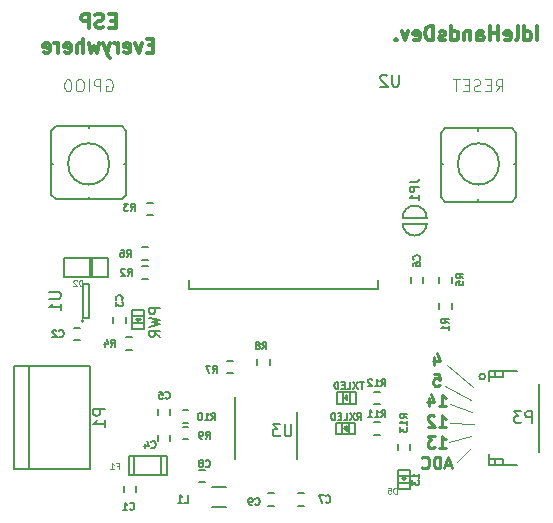
<source format=gbr>
G04 #@! TF.FileFunction,Legend,Bot*
%FSLAX46Y46*%
G04 Gerber Fmt 4.6, Leading zero omitted, Abs format (unit mm)*
G04 Created by KiCad (PCBNEW 4.0.4-stable) date 01/16/17 02:08:10*
%MOMM*%
%LPD*%
G01*
G04 APERTURE LIST*
%ADD10C,0.100000*%
%ADD11C,0.250000*%
%ADD12C,0.300000*%
%ADD13C,0.150000*%
%ADD14C,0.203200*%
%ADD15C,0.127000*%
%ADD16C,0.152400*%
%ADD17C,0.170000*%
%ADD18C,0.125000*%
%ADD19C,0.119380*%
G04 APERTURE END LIST*
D10*
X137225000Y-140250000D02*
X138400000Y-139075000D01*
X136475000Y-138525000D02*
X138375000Y-138025000D01*
X136575000Y-136900000D02*
X138600000Y-137050000D01*
X136600000Y-135300000D02*
X138425000Y-136025000D01*
X136150000Y-133825000D02*
X138400000Y-134950000D01*
X136375000Y-132025000D02*
X138500000Y-133925000D01*
D11*
X135259523Y-131360714D02*
X135259523Y-132027381D01*
X135497619Y-130979762D02*
X135735714Y-131694048D01*
X135116666Y-131694048D01*
X135211904Y-132777381D02*
X135688095Y-132777381D01*
X135735714Y-133253571D01*
X135688095Y-133205952D01*
X135592857Y-133158333D01*
X135354761Y-133158333D01*
X135259523Y-133205952D01*
X135211904Y-133253571D01*
X135164285Y-133348810D01*
X135164285Y-133586905D01*
X135211904Y-133682143D01*
X135259523Y-133729762D01*
X135354761Y-133777381D01*
X135592857Y-133777381D01*
X135688095Y-133729762D01*
X135735714Y-133682143D01*
X135640476Y-135527381D02*
X136211905Y-135527381D01*
X135926191Y-135527381D02*
X135926191Y-134527381D01*
X136021429Y-134670238D01*
X136116667Y-134765476D01*
X136211905Y-134813095D01*
X134783333Y-134860714D02*
X134783333Y-135527381D01*
X135021429Y-134479762D02*
X135259524Y-135194048D01*
X134640476Y-135194048D01*
X135640476Y-137277381D02*
X136211905Y-137277381D01*
X135926191Y-137277381D02*
X135926191Y-136277381D01*
X136021429Y-136420238D01*
X136116667Y-136515476D01*
X136211905Y-136563095D01*
X135259524Y-136372619D02*
X135211905Y-136325000D01*
X135116667Y-136277381D01*
X134878571Y-136277381D01*
X134783333Y-136325000D01*
X134735714Y-136372619D01*
X134688095Y-136467857D01*
X134688095Y-136563095D01*
X134735714Y-136705952D01*
X135307143Y-137277381D01*
X134688095Y-137277381D01*
X135640476Y-139027381D02*
X136211905Y-139027381D01*
X135926191Y-139027381D02*
X135926191Y-138027381D01*
X136021429Y-138170238D01*
X136116667Y-138265476D01*
X136211905Y-138313095D01*
X135307143Y-138027381D02*
X134688095Y-138027381D01*
X135021429Y-138408333D01*
X134878571Y-138408333D01*
X134783333Y-138455952D01*
X134735714Y-138503571D01*
X134688095Y-138598810D01*
X134688095Y-138836905D01*
X134735714Y-138932143D01*
X134783333Y-138979762D01*
X134878571Y-139027381D01*
X135164286Y-139027381D01*
X135259524Y-138979762D01*
X135307143Y-138932143D01*
X136688095Y-140491667D02*
X136211904Y-140491667D01*
X136783333Y-140777381D02*
X136450000Y-139777381D01*
X136116666Y-140777381D01*
X135783333Y-140777381D02*
X135783333Y-139777381D01*
X135545238Y-139777381D01*
X135402380Y-139825000D01*
X135307142Y-139920238D01*
X135259523Y-140015476D01*
X135211904Y-140205952D01*
X135211904Y-140348810D01*
X135259523Y-140539286D01*
X135307142Y-140634524D01*
X135402380Y-140729762D01*
X135545238Y-140777381D01*
X135783333Y-140777381D01*
X134211904Y-140682143D02*
X134259523Y-140729762D01*
X134402380Y-140777381D01*
X134497618Y-140777381D01*
X134640476Y-140729762D01*
X134735714Y-140634524D01*
X134783333Y-140539286D01*
X134830952Y-140348810D01*
X134830952Y-140205952D01*
X134783333Y-140015476D01*
X134735714Y-139920238D01*
X134640476Y-139825000D01*
X134497618Y-139777381D01*
X134402380Y-139777381D01*
X134259523Y-139825000D01*
X134211904Y-139872619D01*
D12*
X108278571Y-102864286D02*
X107878571Y-102864286D01*
X107707142Y-103492857D02*
X108278571Y-103492857D01*
X108278571Y-102292857D01*
X107707142Y-102292857D01*
X107250000Y-103435714D02*
X107078571Y-103492857D01*
X106792857Y-103492857D01*
X106678571Y-103435714D01*
X106621428Y-103378571D01*
X106564285Y-103264286D01*
X106564285Y-103150000D01*
X106621428Y-103035714D01*
X106678571Y-102978571D01*
X106792857Y-102921429D01*
X107021428Y-102864286D01*
X107135714Y-102807143D01*
X107192857Y-102750000D01*
X107250000Y-102635714D01*
X107250000Y-102521429D01*
X107192857Y-102407143D01*
X107135714Y-102350000D01*
X107021428Y-102292857D01*
X106735714Y-102292857D01*
X106564285Y-102350000D01*
X106050000Y-103492857D02*
X106050000Y-102292857D01*
X105592857Y-102292857D01*
X105478571Y-102350000D01*
X105421428Y-102407143D01*
X105364285Y-102521429D01*
X105364285Y-102692857D01*
X105421428Y-102807143D01*
X105478571Y-102864286D01*
X105592857Y-102921429D01*
X106050000Y-102921429D01*
X111478571Y-104964286D02*
X111078571Y-104964286D01*
X110907142Y-105592857D02*
X111478571Y-105592857D01*
X111478571Y-104392857D01*
X110907142Y-104392857D01*
X110507142Y-104792857D02*
X110221428Y-105592857D01*
X109935714Y-104792857D01*
X109021428Y-105535714D02*
X109135714Y-105592857D01*
X109364285Y-105592857D01*
X109478571Y-105535714D01*
X109535714Y-105421429D01*
X109535714Y-104964286D01*
X109478571Y-104850000D01*
X109364285Y-104792857D01*
X109135714Y-104792857D01*
X109021428Y-104850000D01*
X108964285Y-104964286D01*
X108964285Y-105078571D01*
X109535714Y-105192857D01*
X108450000Y-105592857D02*
X108450000Y-104792857D01*
X108450000Y-105021429D02*
X108392857Y-104907143D01*
X108335714Y-104850000D01*
X108221428Y-104792857D01*
X108107143Y-104792857D01*
X107821428Y-104792857D02*
X107535714Y-105592857D01*
X107250000Y-104792857D02*
X107535714Y-105592857D01*
X107650000Y-105878571D01*
X107707143Y-105935714D01*
X107821428Y-105992857D01*
X106907142Y-104792857D02*
X106678571Y-105592857D01*
X106450000Y-105021429D01*
X106221428Y-105592857D01*
X105992857Y-104792857D01*
X105535714Y-105592857D02*
X105535714Y-104392857D01*
X105021428Y-105592857D02*
X105021428Y-104964286D01*
X105078571Y-104850000D01*
X105192857Y-104792857D01*
X105364285Y-104792857D01*
X105478571Y-104850000D01*
X105535714Y-104907143D01*
X103992857Y-105535714D02*
X104107143Y-105592857D01*
X104335714Y-105592857D01*
X104450000Y-105535714D01*
X104507143Y-105421429D01*
X104507143Y-104964286D01*
X104450000Y-104850000D01*
X104335714Y-104792857D01*
X104107143Y-104792857D01*
X103992857Y-104850000D01*
X103935714Y-104964286D01*
X103935714Y-105078571D01*
X104507143Y-105192857D01*
X103421429Y-105592857D02*
X103421429Y-104792857D01*
X103421429Y-105021429D02*
X103364286Y-104907143D01*
X103307143Y-104850000D01*
X103192857Y-104792857D01*
X103078572Y-104792857D01*
X102221429Y-105535714D02*
X102335715Y-105592857D01*
X102564286Y-105592857D01*
X102678572Y-105535714D01*
X102735715Y-105421429D01*
X102735715Y-104964286D01*
X102678572Y-104850000D01*
X102564286Y-104792857D01*
X102335715Y-104792857D01*
X102221429Y-104850000D01*
X102164286Y-104964286D01*
X102164286Y-105078571D01*
X102735715Y-105192857D01*
X143971428Y-104542857D02*
X143971428Y-103342857D01*
X142885713Y-104542857D02*
X142885713Y-103342857D01*
X142885713Y-104485714D02*
X142999999Y-104542857D01*
X143228570Y-104542857D01*
X143342856Y-104485714D01*
X143399999Y-104428571D01*
X143457142Y-104314286D01*
X143457142Y-103971429D01*
X143399999Y-103857143D01*
X143342856Y-103800000D01*
X143228570Y-103742857D01*
X142999999Y-103742857D01*
X142885713Y-103800000D01*
X142142856Y-104542857D02*
X142257142Y-104485714D01*
X142314285Y-104371429D01*
X142314285Y-103342857D01*
X141228571Y-104485714D02*
X141342857Y-104542857D01*
X141571428Y-104542857D01*
X141685714Y-104485714D01*
X141742857Y-104371429D01*
X141742857Y-103914286D01*
X141685714Y-103800000D01*
X141571428Y-103742857D01*
X141342857Y-103742857D01*
X141228571Y-103800000D01*
X141171428Y-103914286D01*
X141171428Y-104028571D01*
X141742857Y-104142857D01*
X140657143Y-104542857D02*
X140657143Y-103342857D01*
X140657143Y-103914286D02*
X139971428Y-103914286D01*
X139971428Y-104542857D02*
X139971428Y-103342857D01*
X138885714Y-104542857D02*
X138885714Y-103914286D01*
X138942857Y-103800000D01*
X139057143Y-103742857D01*
X139285714Y-103742857D01*
X139400000Y-103800000D01*
X138885714Y-104485714D02*
X139000000Y-104542857D01*
X139285714Y-104542857D01*
X139400000Y-104485714D01*
X139457143Y-104371429D01*
X139457143Y-104257143D01*
X139400000Y-104142857D01*
X139285714Y-104085714D01*
X139000000Y-104085714D01*
X138885714Y-104028571D01*
X138314286Y-103742857D02*
X138314286Y-104542857D01*
X138314286Y-103857143D02*
X138257143Y-103800000D01*
X138142857Y-103742857D01*
X137971429Y-103742857D01*
X137857143Y-103800000D01*
X137800000Y-103914286D01*
X137800000Y-104542857D01*
X136714286Y-104542857D02*
X136714286Y-103342857D01*
X136714286Y-104485714D02*
X136828572Y-104542857D01*
X137057143Y-104542857D01*
X137171429Y-104485714D01*
X137228572Y-104428571D01*
X137285715Y-104314286D01*
X137285715Y-103971429D01*
X137228572Y-103857143D01*
X137171429Y-103800000D01*
X137057143Y-103742857D01*
X136828572Y-103742857D01*
X136714286Y-103800000D01*
X136200001Y-104485714D02*
X136085715Y-104542857D01*
X135857143Y-104542857D01*
X135742858Y-104485714D01*
X135685715Y-104371429D01*
X135685715Y-104314286D01*
X135742858Y-104200000D01*
X135857143Y-104142857D01*
X136028572Y-104142857D01*
X136142858Y-104085714D01*
X136200001Y-103971429D01*
X136200001Y-103914286D01*
X136142858Y-103800000D01*
X136028572Y-103742857D01*
X135857143Y-103742857D01*
X135742858Y-103800000D01*
X135171429Y-104542857D02*
X135171429Y-103342857D01*
X134885714Y-103342857D01*
X134714286Y-103400000D01*
X134600000Y-103514286D01*
X134542857Y-103628571D01*
X134485714Y-103857143D01*
X134485714Y-104028571D01*
X134542857Y-104257143D01*
X134600000Y-104371429D01*
X134714286Y-104485714D01*
X134885714Y-104542857D01*
X135171429Y-104542857D01*
X133514286Y-104485714D02*
X133628572Y-104542857D01*
X133857143Y-104542857D01*
X133971429Y-104485714D01*
X134028572Y-104371429D01*
X134028572Y-103914286D01*
X133971429Y-103800000D01*
X133857143Y-103742857D01*
X133628572Y-103742857D01*
X133514286Y-103800000D01*
X133457143Y-103914286D01*
X133457143Y-104028571D01*
X134028572Y-104142857D01*
X133057143Y-103742857D02*
X132771429Y-104542857D01*
X132485715Y-103742857D01*
X132028572Y-104428571D02*
X131971429Y-104485714D01*
X132028572Y-104542857D01*
X132085715Y-104485714D01*
X132028572Y-104428571D01*
X132028572Y-104542857D01*
D13*
X108075000Y-128450000D02*
X108075000Y-127950000D01*
X109125000Y-127950000D02*
X109125000Y-128450000D01*
X139562500Y-133000000D02*
G75*
G03X139562500Y-133000000I-250000J0D01*
G01*
X144137500Y-133600000D02*
X144137500Y-139400000D01*
X142237500Y-132500000D02*
X139887500Y-132500000D01*
X139887500Y-132500000D02*
X139887500Y-133400000D01*
X139887500Y-133000000D02*
X141087500Y-133000000D01*
X141087500Y-133000000D02*
X141087500Y-133000000D01*
X141087500Y-133000000D02*
X139887500Y-133000000D01*
X139887500Y-133000000D02*
X139887500Y-133000000D01*
X140387500Y-133000000D02*
X140387500Y-133000000D01*
X140387500Y-133000000D02*
X140387500Y-132500000D01*
X140387500Y-132500000D02*
X140387500Y-132500000D01*
X140387500Y-132500000D02*
X140387500Y-133000000D01*
X141087500Y-133000000D02*
X141087500Y-133000000D01*
X141087500Y-133000000D02*
X141087500Y-132500000D01*
X141087500Y-132500000D02*
X141087500Y-132500000D01*
X141087500Y-132500000D02*
X141087500Y-133000000D01*
X142237500Y-140500000D02*
X139887500Y-140500000D01*
X139887500Y-140500000D02*
X139887500Y-139600000D01*
X139887500Y-140000000D02*
X141087500Y-140000000D01*
X141087500Y-140000000D02*
X141087500Y-140000000D01*
X141087500Y-140000000D02*
X139887500Y-140000000D01*
X139887500Y-140000000D02*
X139887500Y-140000000D01*
X140387500Y-140000000D02*
X140387500Y-140000000D01*
X140387500Y-140000000D02*
X140387500Y-140500000D01*
X140387500Y-140500000D02*
X140387500Y-140500000D01*
X140387500Y-140500000D02*
X140387500Y-140000000D01*
X141087500Y-140000000D02*
X141087500Y-140000000D01*
X141087500Y-140000000D02*
X141087500Y-140500000D01*
X141087500Y-140500000D02*
X141087500Y-140500000D01*
X141087500Y-140500000D02*
X141087500Y-140000000D01*
X135675000Y-127250000D02*
X135675000Y-126750000D01*
X136725000Y-126750000D02*
X136725000Y-127250000D01*
X111050000Y-124725000D02*
X110550000Y-124725000D01*
X110550000Y-123675000D02*
X111050000Y-123675000D01*
X110950000Y-118275000D02*
X111450000Y-118275000D01*
X111450000Y-119325000D02*
X110950000Y-119325000D01*
X109150000Y-129675000D02*
X109650000Y-129675000D01*
X109650000Y-130725000D02*
X109150000Y-130725000D01*
X136725000Y-124550000D02*
X136725000Y-125050000D01*
X135675000Y-125050000D02*
X135675000Y-124550000D01*
X111050000Y-123125000D02*
X110550000Y-123125000D01*
X110550000Y-122075000D02*
X111050000Y-122075000D01*
D14*
X134616000Y-120054000D02*
X132584000Y-120054000D01*
X132584000Y-119546000D02*
X134616000Y-119546000D01*
X134616000Y-120054000D02*
G75*
G02X133600000Y-121070000I-1016000J0D01*
G01*
X133600000Y-121070000D02*
G75*
G02X132584000Y-120054000I0J1016000D01*
G01*
X132584000Y-119546000D02*
G75*
G02X133600000Y-118530000I1016000J0D01*
G01*
X133600000Y-118530000D02*
G75*
G02X134616000Y-119546000I0J-1016000D01*
G01*
D13*
X110025000Y-142250000D02*
X110025000Y-142750000D01*
X108975000Y-142750000D02*
X108975000Y-142250000D01*
X105250000Y-129925000D02*
X104750000Y-129925000D01*
X104750000Y-128875000D02*
X105250000Y-128875000D01*
X112925000Y-137950000D02*
X112925000Y-138450000D01*
X111875000Y-138450000D02*
X111875000Y-137950000D01*
X111875000Y-136250000D02*
X111875000Y-135750000D01*
X112925000Y-135750000D02*
X112925000Y-136250000D01*
X134325000Y-124550000D02*
X134325000Y-125050000D01*
X133275000Y-125050000D02*
X133275000Y-124550000D01*
X124250000Y-143925000D02*
X123750000Y-143925000D01*
X123750000Y-142875000D02*
X124250000Y-142875000D01*
X115350000Y-140875000D02*
X115850000Y-140875000D01*
X115850000Y-141925000D02*
X115350000Y-141925000D01*
X121150000Y-142875000D02*
X121650000Y-142875000D01*
X121650000Y-143925000D02*
X121150000Y-143925000D01*
D15*
X110700380Y-128499720D02*
X109699620Y-128499720D01*
X109699620Y-127900280D02*
X110700380Y-127900280D01*
X110299060Y-128200000D02*
X110100940Y-128200000D01*
X109999340Y-128100940D02*
X110400660Y-128100940D01*
X110400660Y-128100940D02*
X110200000Y-128299060D01*
X110200000Y-128299060D02*
X109999340Y-128100940D01*
X109699620Y-127399900D02*
X109699620Y-129000100D01*
X109699620Y-129000100D02*
X110700380Y-129000100D01*
X110700380Y-129000100D02*
X110700380Y-127399900D01*
X110700380Y-127399900D02*
X109699620Y-127399900D01*
X106154100Y-124600100D02*
X106154100Y-122999900D01*
X106227100Y-122999900D02*
X106227100Y-124600100D01*
X106300100Y-124600100D02*
X106300100Y-122999900D01*
X107654200Y-124600100D02*
X103945800Y-124600100D01*
X103945800Y-124600100D02*
X103945800Y-122999900D01*
X103945800Y-122999900D02*
X107654200Y-122999900D01*
X107654200Y-122999900D02*
X107654200Y-124600100D01*
X127450980Y-137900380D02*
X127450980Y-136899620D01*
X128050420Y-136899620D02*
X128050420Y-137900380D01*
X127750700Y-137499060D02*
X127750700Y-137300940D01*
X127849760Y-137199340D02*
X127849760Y-137600660D01*
X127849760Y-137600660D02*
X127651640Y-137400000D01*
X127651640Y-137400000D02*
X127849760Y-137199340D01*
X128550800Y-136899620D02*
X126950600Y-136899620D01*
X126950600Y-136899620D02*
X126950600Y-137900380D01*
X126950600Y-137900380D02*
X128550800Y-137900380D01*
X128550800Y-137900380D02*
X128550800Y-136899620D01*
X127500280Y-135300380D02*
X127500280Y-134299620D01*
X128099720Y-134299620D02*
X128099720Y-135300380D01*
X127800000Y-134899060D02*
X127800000Y-134700940D01*
X127899060Y-134599340D02*
X127899060Y-135000660D01*
X127899060Y-135000660D02*
X127700940Y-134800000D01*
X127700940Y-134800000D02*
X127899060Y-134599340D01*
X128600100Y-134299620D02*
X126999900Y-134299620D01*
X126999900Y-134299620D02*
X126999900Y-135300380D01*
X126999900Y-135300380D02*
X128600100Y-135300380D01*
X128600100Y-135300380D02*
X128600100Y-134299620D01*
X112143000Y-139687200D02*
X112143000Y-141312800D01*
X109857000Y-141312800D02*
X109857000Y-139687200D01*
X109399800Y-141312800D02*
X109399800Y-139687200D01*
X109399800Y-139687200D02*
X112600200Y-139687200D01*
X112600200Y-139687200D02*
X112600200Y-141312800D01*
X112600200Y-141312800D02*
X109399800Y-141312800D01*
D13*
X116400000Y-144075000D02*
X117600000Y-144075000D01*
X117600000Y-142325000D02*
X116400000Y-142325000D01*
X99682540Y-140850900D02*
X99682540Y-132150900D01*
X106087540Y-140850900D02*
X106087540Y-132150900D01*
X106087540Y-132150900D02*
X99682540Y-132150900D01*
X100912540Y-132150900D02*
X100912540Y-140850900D01*
X99682540Y-140850900D02*
X106087540Y-140850900D01*
X118250000Y-132725000D02*
X117750000Y-132725000D01*
X117750000Y-131675000D02*
X118250000Y-131675000D01*
X120275000Y-132050000D02*
X120275000Y-131550000D01*
X121325000Y-131550000D02*
X121325000Y-132050000D01*
X113950000Y-137275000D02*
X114450000Y-137275000D01*
X114450000Y-138325000D02*
X113950000Y-138325000D01*
X113950000Y-135875000D02*
X114450000Y-135875000D01*
X114450000Y-136925000D02*
X113950000Y-136925000D01*
X130150000Y-136875000D02*
X130650000Y-136875000D01*
X130650000Y-137925000D02*
X130150000Y-137925000D01*
X130150000Y-134275000D02*
X130650000Y-134275000D01*
X130650000Y-135325000D02*
X130150000Y-135325000D01*
X105600000Y-128300000D02*
G75*
G03X105600000Y-128300000I-100000J0D01*
G01*
X106050000Y-128050000D02*
X105550000Y-128050000D01*
X106050000Y-125150000D02*
X106050000Y-128050000D01*
X105550000Y-125150000D02*
X106050000Y-125150000D01*
X105550000Y-128050000D02*
X105550000Y-125150000D01*
X123647500Y-136000000D02*
X123647500Y-140000000D01*
X118352500Y-134725000D02*
X118352500Y-140000000D01*
D16*
X130516000Y-124859000D02*
X130516000Y-125621000D01*
X130516000Y-125621000D02*
X114514000Y-125621000D01*
X114514000Y-125621000D02*
X114514000Y-124859000D01*
D13*
X135800000Y-112400000D02*
X135800000Y-117800000D01*
X141800000Y-112000000D02*
X136200000Y-112000000D01*
X142200000Y-117800000D02*
X142200000Y-112400000D01*
X136200000Y-118200000D02*
X141800000Y-118200000D01*
X141800000Y-112000000D02*
X142200000Y-112400000D01*
X141800000Y-118200000D02*
X142200000Y-117800000D01*
X135800000Y-117800000D02*
X136200000Y-118200000D01*
X135800000Y-112400000D02*
X136200000Y-112000000D01*
X140750000Y-115000000D02*
G75*
G03X140750000Y-115000000I-1750000J0D01*
G01*
X139000000Y-112000000D02*
X139000000Y-112200000D01*
X142000000Y-115000000D02*
X142200000Y-115000000D01*
X139000000Y-118000000D02*
X139000000Y-118200000D01*
X136000000Y-115000000D02*
X135800000Y-115000000D01*
X109200000Y-117600000D02*
X109200000Y-112200000D01*
X103200000Y-118000000D02*
X108800000Y-118000000D01*
X102800000Y-112200000D02*
X102800000Y-117600000D01*
X108800000Y-111800000D02*
X103200000Y-111800000D01*
X103200000Y-118000000D02*
X102800000Y-117600000D01*
X103200000Y-111800000D02*
X102800000Y-112200000D01*
X109200000Y-112200000D02*
X108800000Y-111800000D01*
X109200000Y-117600000D02*
X108800000Y-118000000D01*
X107750000Y-115000000D02*
G75*
G03X107750000Y-115000000I-1750000J0D01*
G01*
X106000000Y-118000000D02*
X106000000Y-117800000D01*
X103000000Y-115000000D02*
X102800000Y-115000000D01*
X106000000Y-112000000D02*
X106000000Y-111800000D01*
X109000000Y-115000000D02*
X109200000Y-115000000D01*
D15*
X133200380Y-141999720D02*
X132199620Y-141999720D01*
X132199620Y-141400280D02*
X133200380Y-141400280D01*
X132799060Y-141700000D02*
X132600940Y-141700000D01*
X132499340Y-141600940D02*
X132900660Y-141600940D01*
X132900660Y-141600940D02*
X132700000Y-141799060D01*
X132700000Y-141799060D02*
X132499340Y-141600940D01*
X132199620Y-140899900D02*
X132199620Y-142500100D01*
X132199620Y-142500100D02*
X133200380Y-142500100D01*
X133200380Y-142500100D02*
X133200380Y-140899900D01*
X133200380Y-140899900D02*
X132199620Y-140899900D01*
D13*
X132175000Y-139250000D02*
X132175000Y-138750000D01*
X133225000Y-138750000D02*
X133225000Y-139250000D01*
X108814286Y-126500000D02*
X108842857Y-126471429D01*
X108871429Y-126385715D01*
X108871429Y-126328572D01*
X108842857Y-126242857D01*
X108785714Y-126185715D01*
X108728571Y-126157143D01*
X108614286Y-126128572D01*
X108528571Y-126128572D01*
X108414286Y-126157143D01*
X108357143Y-126185715D01*
X108300000Y-126242857D01*
X108271429Y-126328572D01*
X108271429Y-126385715D01*
X108300000Y-126471429D01*
X108328571Y-126500000D01*
X108271429Y-126700000D02*
X108271429Y-127071429D01*
X108500000Y-126871429D01*
X108500000Y-126957143D01*
X108528571Y-127014286D01*
X108557143Y-127042857D01*
X108614286Y-127071429D01*
X108757143Y-127071429D01*
X108814286Y-127042857D01*
X108842857Y-127014286D01*
X108871429Y-126957143D01*
X108871429Y-126785715D01*
X108842857Y-126728572D01*
X108814286Y-126700000D01*
X143538095Y-136927381D02*
X143538095Y-135927381D01*
X143157142Y-135927381D01*
X143061904Y-135975000D01*
X143014285Y-136022619D01*
X142966666Y-136117857D01*
X142966666Y-136260714D01*
X143014285Y-136355952D01*
X143061904Y-136403571D01*
X143157142Y-136451190D01*
X143538095Y-136451190D01*
X142633333Y-135927381D02*
X142014285Y-135927381D01*
X142347619Y-136308333D01*
X142204761Y-136308333D01*
X142109523Y-136355952D01*
X142061904Y-136403571D01*
X142014285Y-136498810D01*
X142014285Y-136736905D01*
X142061904Y-136832143D01*
X142109523Y-136879762D01*
X142204761Y-136927381D01*
X142490476Y-136927381D01*
X142585714Y-136879762D01*
X142633333Y-136832143D01*
X136471429Y-128500000D02*
X136185714Y-128300000D01*
X136471429Y-128157143D02*
X135871429Y-128157143D01*
X135871429Y-128385715D01*
X135900000Y-128442857D01*
X135928571Y-128471429D01*
X135985714Y-128500000D01*
X136071429Y-128500000D01*
X136128571Y-128471429D01*
X136157143Y-128442857D01*
X136185714Y-128385715D01*
X136185714Y-128157143D01*
X136471429Y-129071429D02*
X136471429Y-128728572D01*
X136471429Y-128900000D02*
X135871429Y-128900000D01*
X135957143Y-128842857D01*
X136014286Y-128785715D01*
X136042857Y-128728572D01*
X109300000Y-124471429D02*
X109500000Y-124185714D01*
X109642857Y-124471429D02*
X109642857Y-123871429D01*
X109414285Y-123871429D01*
X109357143Y-123900000D01*
X109328571Y-123928571D01*
X109300000Y-123985714D01*
X109300000Y-124071429D01*
X109328571Y-124128571D01*
X109357143Y-124157143D01*
X109414285Y-124185714D01*
X109642857Y-124185714D01*
X109071428Y-123928571D02*
X109042857Y-123900000D01*
X108985714Y-123871429D01*
X108842857Y-123871429D01*
X108785714Y-123900000D01*
X108757143Y-123928571D01*
X108728571Y-123985714D01*
X108728571Y-124042857D01*
X108757143Y-124128571D01*
X109100000Y-124471429D01*
X108728571Y-124471429D01*
X109550000Y-118971429D02*
X109750000Y-118685714D01*
X109892857Y-118971429D02*
X109892857Y-118371429D01*
X109664285Y-118371429D01*
X109607143Y-118400000D01*
X109578571Y-118428571D01*
X109550000Y-118485714D01*
X109550000Y-118571429D01*
X109578571Y-118628571D01*
X109607143Y-118657143D01*
X109664285Y-118685714D01*
X109892857Y-118685714D01*
X109350000Y-118371429D02*
X108978571Y-118371429D01*
X109178571Y-118600000D01*
X109092857Y-118600000D01*
X109035714Y-118628571D01*
X109007143Y-118657143D01*
X108978571Y-118714286D01*
X108978571Y-118857143D01*
X109007143Y-118914286D01*
X109035714Y-118942857D01*
X109092857Y-118971429D01*
X109264285Y-118971429D01*
X109321428Y-118942857D01*
X109350000Y-118914286D01*
X107900000Y-130471429D02*
X108100000Y-130185714D01*
X108242857Y-130471429D02*
X108242857Y-129871429D01*
X108014285Y-129871429D01*
X107957143Y-129900000D01*
X107928571Y-129928571D01*
X107900000Y-129985714D01*
X107900000Y-130071429D01*
X107928571Y-130128571D01*
X107957143Y-130157143D01*
X108014285Y-130185714D01*
X108242857Y-130185714D01*
X107385714Y-130071429D02*
X107385714Y-130471429D01*
X107528571Y-129842857D02*
X107671428Y-130271429D01*
X107300000Y-130271429D01*
X137721429Y-124700000D02*
X137435714Y-124500000D01*
X137721429Y-124357143D02*
X137121429Y-124357143D01*
X137121429Y-124585715D01*
X137150000Y-124642857D01*
X137178571Y-124671429D01*
X137235714Y-124700000D01*
X137321429Y-124700000D01*
X137378571Y-124671429D01*
X137407143Y-124642857D01*
X137435714Y-124585715D01*
X137435714Y-124357143D01*
X137121429Y-125242857D02*
X137121429Y-124957143D01*
X137407143Y-124928572D01*
X137378571Y-124957143D01*
X137350000Y-125014286D01*
X137350000Y-125157143D01*
X137378571Y-125214286D01*
X137407143Y-125242857D01*
X137464286Y-125271429D01*
X137607143Y-125271429D01*
X137664286Y-125242857D01*
X137692857Y-125214286D01*
X137721429Y-125157143D01*
X137721429Y-125014286D01*
X137692857Y-124957143D01*
X137664286Y-124928572D01*
X109225000Y-122871429D02*
X109425000Y-122585714D01*
X109567857Y-122871429D02*
X109567857Y-122271429D01*
X109339285Y-122271429D01*
X109282143Y-122300000D01*
X109253571Y-122328571D01*
X109225000Y-122385714D01*
X109225000Y-122471429D01*
X109253571Y-122528571D01*
X109282143Y-122557143D01*
X109339285Y-122585714D01*
X109567857Y-122585714D01*
X108710714Y-122271429D02*
X108825000Y-122271429D01*
X108882143Y-122300000D01*
X108910714Y-122328571D01*
X108967857Y-122414286D01*
X108996428Y-122528571D01*
X108996428Y-122757143D01*
X108967857Y-122814286D01*
X108939285Y-122842857D01*
X108882143Y-122871429D01*
X108767857Y-122871429D01*
X108710714Y-122842857D01*
X108682143Y-122814286D01*
X108653571Y-122757143D01*
X108653571Y-122614286D01*
X108682143Y-122557143D01*
X108710714Y-122528571D01*
X108767857Y-122500000D01*
X108882143Y-122500000D01*
X108939285Y-122528571D01*
X108967857Y-122557143D01*
X108996428Y-122614286D01*
D16*
X133182714Y-116565001D02*
X133727000Y-116565001D01*
X133835857Y-116528715D01*
X133908429Y-116456144D01*
X133944714Y-116347287D01*
X133944714Y-116274715D01*
X133944714Y-116927858D02*
X133182714Y-116927858D01*
X133182714Y-117218143D01*
X133219000Y-117290715D01*
X133255286Y-117327000D01*
X133327857Y-117363286D01*
X133436714Y-117363286D01*
X133509286Y-117327000D01*
X133545571Y-117290715D01*
X133581857Y-117218143D01*
X133581857Y-116927858D01*
X133944714Y-118089000D02*
X133944714Y-117653572D01*
X133944714Y-117871286D02*
X133182714Y-117871286D01*
X133291571Y-117798715D01*
X133364143Y-117726143D01*
X133400429Y-117653572D01*
D13*
X109500000Y-144214286D02*
X109528571Y-144242857D01*
X109614285Y-144271429D01*
X109671428Y-144271429D01*
X109757143Y-144242857D01*
X109814285Y-144185714D01*
X109842857Y-144128571D01*
X109871428Y-144014286D01*
X109871428Y-143928571D01*
X109842857Y-143814286D01*
X109814285Y-143757143D01*
X109757143Y-143700000D01*
X109671428Y-143671429D01*
X109614285Y-143671429D01*
X109528571Y-143700000D01*
X109500000Y-143728571D01*
X108928571Y-144271429D02*
X109271428Y-144271429D01*
X109100000Y-144271429D02*
X109100000Y-143671429D01*
X109157143Y-143757143D01*
X109214285Y-143814286D01*
X109271428Y-143842857D01*
X103500000Y-129614286D02*
X103528571Y-129642857D01*
X103614285Y-129671429D01*
X103671428Y-129671429D01*
X103757143Y-129642857D01*
X103814285Y-129585714D01*
X103842857Y-129528571D01*
X103871428Y-129414286D01*
X103871428Y-129328571D01*
X103842857Y-129214286D01*
X103814285Y-129157143D01*
X103757143Y-129100000D01*
X103671428Y-129071429D01*
X103614285Y-129071429D01*
X103528571Y-129100000D01*
X103500000Y-129128571D01*
X103271428Y-129128571D02*
X103242857Y-129100000D01*
X103185714Y-129071429D01*
X103042857Y-129071429D01*
X102985714Y-129100000D01*
X102957143Y-129128571D01*
X102928571Y-129185714D01*
X102928571Y-129242857D01*
X102957143Y-129328571D01*
X103300000Y-129671429D01*
X102928571Y-129671429D01*
X111300000Y-139014286D02*
X111328571Y-139042857D01*
X111414285Y-139071429D01*
X111471428Y-139071429D01*
X111557143Y-139042857D01*
X111614285Y-138985714D01*
X111642857Y-138928571D01*
X111671428Y-138814286D01*
X111671428Y-138728571D01*
X111642857Y-138614286D01*
X111614285Y-138557143D01*
X111557143Y-138500000D01*
X111471428Y-138471429D01*
X111414285Y-138471429D01*
X111328571Y-138500000D01*
X111300000Y-138528571D01*
X110785714Y-138671429D02*
X110785714Y-139071429D01*
X110928571Y-138442857D02*
X111071428Y-138871429D01*
X110700000Y-138871429D01*
X112500000Y-134814286D02*
X112528571Y-134842857D01*
X112614285Y-134871429D01*
X112671428Y-134871429D01*
X112757143Y-134842857D01*
X112814285Y-134785714D01*
X112842857Y-134728571D01*
X112871428Y-134614286D01*
X112871428Y-134528571D01*
X112842857Y-134414286D01*
X112814285Y-134357143D01*
X112757143Y-134300000D01*
X112671428Y-134271429D01*
X112614285Y-134271429D01*
X112528571Y-134300000D01*
X112500000Y-134328571D01*
X111957143Y-134271429D02*
X112242857Y-134271429D01*
X112271428Y-134557143D01*
X112242857Y-134528571D01*
X112185714Y-134500000D01*
X112042857Y-134500000D01*
X111985714Y-134528571D01*
X111957143Y-134557143D01*
X111928571Y-134614286D01*
X111928571Y-134757143D01*
X111957143Y-134814286D01*
X111985714Y-134842857D01*
X112042857Y-134871429D01*
X112185714Y-134871429D01*
X112242857Y-134842857D01*
X112271428Y-134814286D01*
X134014286Y-123100000D02*
X134042857Y-123071429D01*
X134071429Y-122985715D01*
X134071429Y-122928572D01*
X134042857Y-122842857D01*
X133985714Y-122785715D01*
X133928571Y-122757143D01*
X133814286Y-122728572D01*
X133728571Y-122728572D01*
X133614286Y-122757143D01*
X133557143Y-122785715D01*
X133500000Y-122842857D01*
X133471429Y-122928572D01*
X133471429Y-122985715D01*
X133500000Y-123071429D01*
X133528571Y-123100000D01*
X133471429Y-123614286D02*
X133471429Y-123500000D01*
X133500000Y-123442857D01*
X133528571Y-123414286D01*
X133614286Y-123357143D01*
X133728571Y-123328572D01*
X133957143Y-123328572D01*
X134014286Y-123357143D01*
X134042857Y-123385715D01*
X134071429Y-123442857D01*
X134071429Y-123557143D01*
X134042857Y-123614286D01*
X134014286Y-123642857D01*
X133957143Y-123671429D01*
X133814286Y-123671429D01*
X133757143Y-123642857D01*
X133728571Y-123614286D01*
X133700000Y-123557143D01*
X133700000Y-123442857D01*
X133728571Y-123385715D01*
X133757143Y-123357143D01*
X133814286Y-123328572D01*
X126100000Y-143614286D02*
X126128571Y-143642857D01*
X126214285Y-143671429D01*
X126271428Y-143671429D01*
X126357143Y-143642857D01*
X126414285Y-143585714D01*
X126442857Y-143528571D01*
X126471428Y-143414286D01*
X126471428Y-143328571D01*
X126442857Y-143214286D01*
X126414285Y-143157143D01*
X126357143Y-143100000D01*
X126271428Y-143071429D01*
X126214285Y-143071429D01*
X126128571Y-143100000D01*
X126100000Y-143128571D01*
X125900000Y-143071429D02*
X125500000Y-143071429D01*
X125757143Y-143671429D01*
X115900000Y-140614286D02*
X115928571Y-140642857D01*
X116014285Y-140671429D01*
X116071428Y-140671429D01*
X116157143Y-140642857D01*
X116214285Y-140585714D01*
X116242857Y-140528571D01*
X116271428Y-140414286D01*
X116271428Y-140328571D01*
X116242857Y-140214286D01*
X116214285Y-140157143D01*
X116157143Y-140100000D01*
X116071428Y-140071429D01*
X116014285Y-140071429D01*
X115928571Y-140100000D01*
X115900000Y-140128571D01*
X115557143Y-140328571D02*
X115614285Y-140300000D01*
X115642857Y-140271429D01*
X115671428Y-140214286D01*
X115671428Y-140185714D01*
X115642857Y-140128571D01*
X115614285Y-140100000D01*
X115557143Y-140071429D01*
X115442857Y-140071429D01*
X115385714Y-140100000D01*
X115357143Y-140128571D01*
X115328571Y-140185714D01*
X115328571Y-140214286D01*
X115357143Y-140271429D01*
X115385714Y-140300000D01*
X115442857Y-140328571D01*
X115557143Y-140328571D01*
X115614285Y-140357143D01*
X115642857Y-140385714D01*
X115671428Y-140442857D01*
X115671428Y-140557143D01*
X115642857Y-140614286D01*
X115614285Y-140642857D01*
X115557143Y-140671429D01*
X115442857Y-140671429D01*
X115385714Y-140642857D01*
X115357143Y-140614286D01*
X115328571Y-140557143D01*
X115328571Y-140442857D01*
X115357143Y-140385714D01*
X115385714Y-140357143D01*
X115442857Y-140328571D01*
X120100000Y-143814286D02*
X120128571Y-143842857D01*
X120214285Y-143871429D01*
X120271428Y-143871429D01*
X120357143Y-143842857D01*
X120414285Y-143785714D01*
X120442857Y-143728571D01*
X120471428Y-143614286D01*
X120471428Y-143528571D01*
X120442857Y-143414286D01*
X120414285Y-143357143D01*
X120357143Y-143300000D01*
X120271428Y-143271429D01*
X120214285Y-143271429D01*
X120128571Y-143300000D01*
X120100000Y-143328571D01*
X119814285Y-143871429D02*
X119700000Y-143871429D01*
X119642857Y-143842857D01*
X119614285Y-143814286D01*
X119557143Y-143728571D01*
X119528571Y-143614286D01*
X119528571Y-143385714D01*
X119557143Y-143328571D01*
X119585714Y-143300000D01*
X119642857Y-143271429D01*
X119757143Y-143271429D01*
X119814285Y-143300000D01*
X119842857Y-143328571D01*
X119871428Y-143385714D01*
X119871428Y-143528571D01*
X119842857Y-143585714D01*
X119814285Y-143614286D01*
X119757143Y-143642857D01*
X119642857Y-143642857D01*
X119585714Y-143614286D01*
X119557143Y-143585714D01*
X119528571Y-143528571D01*
D17*
X112007143Y-127200001D02*
X111107143Y-127200001D01*
X111107143Y-127542858D01*
X111150000Y-127628572D01*
X111192857Y-127671429D01*
X111278571Y-127714286D01*
X111407143Y-127714286D01*
X111492857Y-127671429D01*
X111535714Y-127628572D01*
X111578571Y-127542858D01*
X111578571Y-127200001D01*
X111107143Y-128014286D02*
X112007143Y-128228572D01*
X111364286Y-128400001D01*
X112007143Y-128571429D01*
X111107143Y-128785715D01*
X112007143Y-129642857D02*
X111578571Y-129342857D01*
X112007143Y-129128572D02*
X111107143Y-129128572D01*
X111107143Y-129471429D01*
X111150000Y-129557143D01*
X111192857Y-129600000D01*
X111278571Y-129642857D01*
X111407143Y-129642857D01*
X111492857Y-129600000D01*
X111535714Y-129557143D01*
X111578571Y-129471429D01*
X111578571Y-129128572D01*
D18*
X105469047Y-125326190D02*
X105469047Y-124826190D01*
X105350000Y-124826190D01*
X105278571Y-124850000D01*
X105230952Y-124897619D01*
X105207143Y-124945238D01*
X105183333Y-125040476D01*
X105183333Y-125111905D01*
X105207143Y-125207143D01*
X105230952Y-125254762D01*
X105278571Y-125302381D01*
X105350000Y-125326190D01*
X105469047Y-125326190D01*
X104992857Y-124873810D02*
X104969047Y-124850000D01*
X104921428Y-124826190D01*
X104802381Y-124826190D01*
X104754762Y-124850000D01*
X104730952Y-124873810D01*
X104707143Y-124921429D01*
X104707143Y-124969048D01*
X104730952Y-125040476D01*
X105016666Y-125326190D01*
X104707143Y-125326190D01*
D13*
X128714286Y-136671429D02*
X128914286Y-136385714D01*
X129057143Y-136671429D02*
X129057143Y-136071429D01*
X128828571Y-136071429D01*
X128771429Y-136100000D01*
X128742857Y-136128571D01*
X128714286Y-136185714D01*
X128714286Y-136271429D01*
X128742857Y-136328571D01*
X128771429Y-136357143D01*
X128828571Y-136385714D01*
X129057143Y-136385714D01*
X128514286Y-136071429D02*
X128114286Y-136671429D01*
X128114286Y-136071429D02*
X128514286Y-136671429D01*
X127600000Y-136671429D02*
X127885714Y-136671429D01*
X127885714Y-136071429D01*
X127400000Y-136357143D02*
X127200000Y-136357143D01*
X127114286Y-136671429D02*
X127400000Y-136671429D01*
X127400000Y-136071429D01*
X127114286Y-136071429D01*
X126857143Y-136671429D02*
X126857143Y-136071429D01*
X126714286Y-136071429D01*
X126628571Y-136100000D01*
X126571429Y-136157143D01*
X126542857Y-136214286D01*
X126514286Y-136328571D01*
X126514286Y-136414286D01*
X126542857Y-136528571D01*
X126571429Y-136585714D01*
X126628571Y-136642857D01*
X126714286Y-136671429D01*
X126857143Y-136671429D01*
X129271428Y-133471429D02*
X128928571Y-133471429D01*
X129100000Y-134071429D02*
X129100000Y-133471429D01*
X128785714Y-133471429D02*
X128385714Y-134071429D01*
X128385714Y-133471429D02*
X128785714Y-134071429D01*
X127871428Y-134071429D02*
X128157142Y-134071429D01*
X128157142Y-133471429D01*
X127671428Y-133757143D02*
X127471428Y-133757143D01*
X127385714Y-134071429D02*
X127671428Y-134071429D01*
X127671428Y-133471429D01*
X127385714Y-133471429D01*
X127128571Y-134071429D02*
X127128571Y-133471429D01*
X126985714Y-133471429D01*
X126899999Y-133500000D01*
X126842857Y-133557143D01*
X126814285Y-133614286D01*
X126785714Y-133728571D01*
X126785714Y-133814286D01*
X126814285Y-133928571D01*
X126842857Y-133985714D01*
X126899999Y-134042857D01*
X126985714Y-134071429D01*
X127128571Y-134071429D01*
D19*
X108366793Y-140564259D02*
X108533586Y-140564259D01*
X108533586Y-140826362D02*
X108533586Y-140325982D01*
X108295310Y-140325982D01*
X107842585Y-140826362D02*
X108128517Y-140826362D01*
X107985551Y-140826362D02*
X107985551Y-140325982D01*
X108033206Y-140397465D01*
X108080861Y-140445120D01*
X108128517Y-140468948D01*
D13*
X114100000Y-143671429D02*
X114385714Y-143671429D01*
X114385714Y-143071429D01*
X113585714Y-143671429D02*
X113928571Y-143671429D01*
X113757143Y-143671429D02*
X113757143Y-143071429D01*
X113814286Y-143157143D01*
X113871428Y-143214286D01*
X113928571Y-143242857D01*
X107402381Y-135761905D02*
X106402381Y-135761905D01*
X106402381Y-136142858D01*
X106450000Y-136238096D01*
X106497619Y-136285715D01*
X106592857Y-136333334D01*
X106735714Y-136333334D01*
X106830952Y-136285715D01*
X106878571Y-136238096D01*
X106926190Y-136142858D01*
X106926190Y-135761905D01*
X107402381Y-137285715D02*
X107402381Y-136714286D01*
X107402381Y-137000000D02*
X106402381Y-137000000D01*
X106545238Y-136904762D01*
X106640476Y-136809524D01*
X106688095Y-136714286D01*
X116500000Y-132671429D02*
X116700000Y-132385714D01*
X116842857Y-132671429D02*
X116842857Y-132071429D01*
X116614285Y-132071429D01*
X116557143Y-132100000D01*
X116528571Y-132128571D01*
X116500000Y-132185714D01*
X116500000Y-132271429D01*
X116528571Y-132328571D01*
X116557143Y-132357143D01*
X116614285Y-132385714D01*
X116842857Y-132385714D01*
X116300000Y-132071429D02*
X115900000Y-132071429D01*
X116157143Y-132671429D01*
X120700000Y-130671429D02*
X120900000Y-130385714D01*
X121042857Y-130671429D02*
X121042857Y-130071429D01*
X120814285Y-130071429D01*
X120757143Y-130100000D01*
X120728571Y-130128571D01*
X120700000Y-130185714D01*
X120700000Y-130271429D01*
X120728571Y-130328571D01*
X120757143Y-130357143D01*
X120814285Y-130385714D01*
X121042857Y-130385714D01*
X120357143Y-130328571D02*
X120414285Y-130300000D01*
X120442857Y-130271429D01*
X120471428Y-130214286D01*
X120471428Y-130185714D01*
X120442857Y-130128571D01*
X120414285Y-130100000D01*
X120357143Y-130071429D01*
X120242857Y-130071429D01*
X120185714Y-130100000D01*
X120157143Y-130128571D01*
X120128571Y-130185714D01*
X120128571Y-130214286D01*
X120157143Y-130271429D01*
X120185714Y-130300000D01*
X120242857Y-130328571D01*
X120357143Y-130328571D01*
X120414285Y-130357143D01*
X120442857Y-130385714D01*
X120471428Y-130442857D01*
X120471428Y-130557143D01*
X120442857Y-130614286D01*
X120414285Y-130642857D01*
X120357143Y-130671429D01*
X120242857Y-130671429D01*
X120185714Y-130642857D01*
X120157143Y-130614286D01*
X120128571Y-130557143D01*
X120128571Y-130442857D01*
X120157143Y-130385714D01*
X120185714Y-130357143D01*
X120242857Y-130328571D01*
X115900000Y-138271429D02*
X116100000Y-137985714D01*
X116242857Y-138271429D02*
X116242857Y-137671429D01*
X116014285Y-137671429D01*
X115957143Y-137700000D01*
X115928571Y-137728571D01*
X115900000Y-137785714D01*
X115900000Y-137871429D01*
X115928571Y-137928571D01*
X115957143Y-137957143D01*
X116014285Y-137985714D01*
X116242857Y-137985714D01*
X115614285Y-138271429D02*
X115500000Y-138271429D01*
X115442857Y-138242857D01*
X115414285Y-138214286D01*
X115357143Y-138128571D01*
X115328571Y-138014286D01*
X115328571Y-137785714D01*
X115357143Y-137728571D01*
X115385714Y-137700000D01*
X115442857Y-137671429D01*
X115557143Y-137671429D01*
X115614285Y-137700000D01*
X115642857Y-137728571D01*
X115671428Y-137785714D01*
X115671428Y-137928571D01*
X115642857Y-137985714D01*
X115614285Y-138014286D01*
X115557143Y-138042857D01*
X115442857Y-138042857D01*
X115385714Y-138014286D01*
X115357143Y-137985714D01*
X115328571Y-137928571D01*
X116385715Y-136671429D02*
X116585715Y-136385714D01*
X116728572Y-136671429D02*
X116728572Y-136071429D01*
X116500000Y-136071429D01*
X116442858Y-136100000D01*
X116414286Y-136128571D01*
X116385715Y-136185714D01*
X116385715Y-136271429D01*
X116414286Y-136328571D01*
X116442858Y-136357143D01*
X116500000Y-136385714D01*
X116728572Y-136385714D01*
X115814286Y-136671429D02*
X116157143Y-136671429D01*
X115985715Y-136671429D02*
X115985715Y-136071429D01*
X116042858Y-136157143D01*
X116100000Y-136214286D01*
X116157143Y-136242857D01*
X115442857Y-136071429D02*
X115385714Y-136071429D01*
X115328571Y-136100000D01*
X115300000Y-136128571D01*
X115271429Y-136185714D01*
X115242857Y-136300000D01*
X115242857Y-136442857D01*
X115271429Y-136557143D01*
X115300000Y-136614286D01*
X115328571Y-136642857D01*
X115385714Y-136671429D01*
X115442857Y-136671429D01*
X115500000Y-136642857D01*
X115528571Y-136614286D01*
X115557143Y-136557143D01*
X115585714Y-136442857D01*
X115585714Y-136300000D01*
X115557143Y-136185714D01*
X115528571Y-136128571D01*
X115500000Y-136100000D01*
X115442857Y-136071429D01*
X130785715Y-136421429D02*
X130985715Y-136135714D01*
X131128572Y-136421429D02*
X131128572Y-135821429D01*
X130900000Y-135821429D01*
X130842858Y-135850000D01*
X130814286Y-135878571D01*
X130785715Y-135935714D01*
X130785715Y-136021429D01*
X130814286Y-136078571D01*
X130842858Y-136107143D01*
X130900000Y-136135714D01*
X131128572Y-136135714D01*
X130214286Y-136421429D02*
X130557143Y-136421429D01*
X130385715Y-136421429D02*
X130385715Y-135821429D01*
X130442858Y-135907143D01*
X130500000Y-135964286D01*
X130557143Y-135992857D01*
X129642857Y-136421429D02*
X129985714Y-136421429D01*
X129814286Y-136421429D02*
X129814286Y-135821429D01*
X129871429Y-135907143D01*
X129928571Y-135964286D01*
X129985714Y-135992857D01*
X130785715Y-133821429D02*
X130985715Y-133535714D01*
X131128572Y-133821429D02*
X131128572Y-133221429D01*
X130900000Y-133221429D01*
X130842858Y-133250000D01*
X130814286Y-133278571D01*
X130785715Y-133335714D01*
X130785715Y-133421429D01*
X130814286Y-133478571D01*
X130842858Y-133507143D01*
X130900000Y-133535714D01*
X131128572Y-133535714D01*
X130214286Y-133821429D02*
X130557143Y-133821429D01*
X130385715Y-133821429D02*
X130385715Y-133221429D01*
X130442858Y-133307143D01*
X130500000Y-133364286D01*
X130557143Y-133392857D01*
X129985714Y-133278571D02*
X129957143Y-133250000D01*
X129900000Y-133221429D01*
X129757143Y-133221429D01*
X129700000Y-133250000D01*
X129671429Y-133278571D01*
X129642857Y-133335714D01*
X129642857Y-133392857D01*
X129671429Y-133478571D01*
X130014286Y-133821429D01*
X129642857Y-133821429D01*
X102652381Y-125838095D02*
X103461905Y-125838095D01*
X103557143Y-125885714D01*
X103604762Y-125933333D01*
X103652381Y-126028571D01*
X103652381Y-126219048D01*
X103604762Y-126314286D01*
X103557143Y-126361905D01*
X103461905Y-126409524D01*
X102652381Y-126409524D01*
X103652381Y-127409524D02*
X103652381Y-126838095D01*
X103652381Y-127123809D02*
X102652381Y-127123809D01*
X102795238Y-127028571D01*
X102890476Y-126933333D01*
X102938095Y-126838095D01*
X123161905Y-137052381D02*
X123161905Y-137861905D01*
X123114286Y-137957143D01*
X123066667Y-138004762D01*
X122971429Y-138052381D01*
X122780952Y-138052381D01*
X122685714Y-138004762D01*
X122638095Y-137957143D01*
X122590476Y-137861905D01*
X122590476Y-137052381D01*
X122209524Y-137052381D02*
X121590476Y-137052381D01*
X121923810Y-137433333D01*
X121780952Y-137433333D01*
X121685714Y-137480952D01*
X121638095Y-137528571D01*
X121590476Y-137623810D01*
X121590476Y-137861905D01*
X121638095Y-137957143D01*
X121685714Y-138004762D01*
X121780952Y-138052381D01*
X122066667Y-138052381D01*
X122161905Y-138004762D01*
X122209524Y-137957143D01*
X132261905Y-107452381D02*
X132261905Y-108261905D01*
X132214286Y-108357143D01*
X132166667Y-108404762D01*
X132071429Y-108452381D01*
X131880952Y-108452381D01*
X131785714Y-108404762D01*
X131738095Y-108357143D01*
X131690476Y-108261905D01*
X131690476Y-107452381D01*
X131261905Y-107547619D02*
X131214286Y-107500000D01*
X131119048Y-107452381D01*
X130880952Y-107452381D01*
X130785714Y-107500000D01*
X130738095Y-107547619D01*
X130690476Y-107642857D01*
X130690476Y-107738095D01*
X130738095Y-107880952D01*
X131309524Y-108452381D01*
X130690476Y-108452381D01*
D18*
X140452381Y-108852381D02*
X140785715Y-108376190D01*
X141023810Y-108852381D02*
X141023810Y-107852381D01*
X140642857Y-107852381D01*
X140547619Y-107900000D01*
X140500000Y-107947619D01*
X140452381Y-108042857D01*
X140452381Y-108185714D01*
X140500000Y-108280952D01*
X140547619Y-108328571D01*
X140642857Y-108376190D01*
X141023810Y-108376190D01*
X140023810Y-108328571D02*
X139690476Y-108328571D01*
X139547619Y-108852381D02*
X140023810Y-108852381D01*
X140023810Y-107852381D01*
X139547619Y-107852381D01*
X139166667Y-108804762D02*
X139023810Y-108852381D01*
X138785714Y-108852381D01*
X138690476Y-108804762D01*
X138642857Y-108757143D01*
X138595238Y-108661905D01*
X138595238Y-108566667D01*
X138642857Y-108471429D01*
X138690476Y-108423810D01*
X138785714Y-108376190D01*
X138976191Y-108328571D01*
X139071429Y-108280952D01*
X139119048Y-108233333D01*
X139166667Y-108138095D01*
X139166667Y-108042857D01*
X139119048Y-107947619D01*
X139071429Y-107900000D01*
X138976191Y-107852381D01*
X138738095Y-107852381D01*
X138595238Y-107900000D01*
X138166667Y-108328571D02*
X137833333Y-108328571D01*
X137690476Y-108852381D02*
X138166667Y-108852381D01*
X138166667Y-107852381D01*
X137690476Y-107852381D01*
X137404762Y-107852381D02*
X136833333Y-107852381D01*
X137119048Y-108852381D02*
X137119048Y-107852381D01*
X107476190Y-107900000D02*
X107571428Y-107852381D01*
X107714285Y-107852381D01*
X107857143Y-107900000D01*
X107952381Y-107995238D01*
X108000000Y-108090476D01*
X108047619Y-108280952D01*
X108047619Y-108423810D01*
X108000000Y-108614286D01*
X107952381Y-108709524D01*
X107857143Y-108804762D01*
X107714285Y-108852381D01*
X107619047Y-108852381D01*
X107476190Y-108804762D01*
X107428571Y-108757143D01*
X107428571Y-108423810D01*
X107619047Y-108423810D01*
X107000000Y-108852381D02*
X107000000Y-107852381D01*
X106619047Y-107852381D01*
X106523809Y-107900000D01*
X106476190Y-107947619D01*
X106428571Y-108042857D01*
X106428571Y-108185714D01*
X106476190Y-108280952D01*
X106523809Y-108328571D01*
X106619047Y-108376190D01*
X107000000Y-108376190D01*
X106000000Y-108852381D02*
X106000000Y-107852381D01*
X105333334Y-107852381D02*
X105142857Y-107852381D01*
X105047619Y-107900000D01*
X104952381Y-107995238D01*
X104904762Y-108185714D01*
X104904762Y-108519048D01*
X104952381Y-108709524D01*
X105047619Y-108804762D01*
X105142857Y-108852381D01*
X105333334Y-108852381D01*
X105428572Y-108804762D01*
X105523810Y-108709524D01*
X105571429Y-108519048D01*
X105571429Y-108185714D01*
X105523810Y-107995238D01*
X105428572Y-107900000D01*
X105333334Y-107852381D01*
X104285715Y-107852381D02*
X104190476Y-107852381D01*
X104095238Y-107900000D01*
X104047619Y-107947619D01*
X104000000Y-108042857D01*
X103952381Y-108233333D01*
X103952381Y-108471429D01*
X104000000Y-108661905D01*
X104047619Y-108757143D01*
X104095238Y-108804762D01*
X104190476Y-108852381D01*
X104285715Y-108852381D01*
X104380953Y-108804762D01*
X104428572Y-108757143D01*
X104476191Y-108661905D01*
X104523810Y-108471429D01*
X104523810Y-108233333D01*
X104476191Y-108042857D01*
X104428572Y-107947619D01*
X104380953Y-107900000D01*
X104285715Y-107852381D01*
X132069047Y-142926190D02*
X132069047Y-142426190D01*
X131950000Y-142426190D01*
X131878571Y-142450000D01*
X131830952Y-142497619D01*
X131807143Y-142545238D01*
X131783333Y-142640476D01*
X131783333Y-142711905D01*
X131807143Y-142807143D01*
X131830952Y-142854762D01*
X131878571Y-142902381D01*
X131950000Y-142926190D01*
X132069047Y-142926190D01*
X131330952Y-142426190D02*
X131569047Y-142426190D01*
X131592857Y-142664286D01*
X131569047Y-142640476D01*
X131521428Y-142616667D01*
X131402381Y-142616667D01*
X131354762Y-142640476D01*
X131330952Y-142664286D01*
X131307143Y-142711905D01*
X131307143Y-142830952D01*
X131330952Y-142878571D01*
X131354762Y-142902381D01*
X131402381Y-142926190D01*
X131521428Y-142926190D01*
X131569047Y-142902381D01*
X131592857Y-142878571D01*
D13*
X133971429Y-141585714D02*
X133971429Y-141242857D01*
X133971429Y-141414285D02*
X133371429Y-141414285D01*
X133457143Y-141357142D01*
X133514286Y-141300000D01*
X133542857Y-141242857D01*
X133371429Y-141785714D02*
X133371429Y-142157143D01*
X133600000Y-141957143D01*
X133600000Y-142042857D01*
X133628571Y-142100000D01*
X133657143Y-142128571D01*
X133714286Y-142157143D01*
X133857143Y-142157143D01*
X133914286Y-142128571D01*
X133942857Y-142100000D01*
X133971429Y-142042857D01*
X133971429Y-141871429D01*
X133942857Y-141814286D01*
X133914286Y-141785714D01*
X132971429Y-136514285D02*
X132685714Y-136314285D01*
X132971429Y-136171428D02*
X132371429Y-136171428D01*
X132371429Y-136400000D01*
X132400000Y-136457142D01*
X132428571Y-136485714D01*
X132485714Y-136514285D01*
X132571429Y-136514285D01*
X132628571Y-136485714D01*
X132657143Y-136457142D01*
X132685714Y-136400000D01*
X132685714Y-136171428D01*
X132971429Y-137085714D02*
X132971429Y-136742857D01*
X132971429Y-136914285D02*
X132371429Y-136914285D01*
X132457143Y-136857142D01*
X132514286Y-136800000D01*
X132542857Y-136742857D01*
X132371429Y-137285714D02*
X132371429Y-137657143D01*
X132600000Y-137457143D01*
X132600000Y-137542857D01*
X132628571Y-137600000D01*
X132657143Y-137628571D01*
X132714286Y-137657143D01*
X132857143Y-137657143D01*
X132914286Y-137628571D01*
X132942857Y-137600000D01*
X132971429Y-137542857D01*
X132971429Y-137371429D01*
X132942857Y-137314286D01*
X132914286Y-137285714D01*
M02*

</source>
